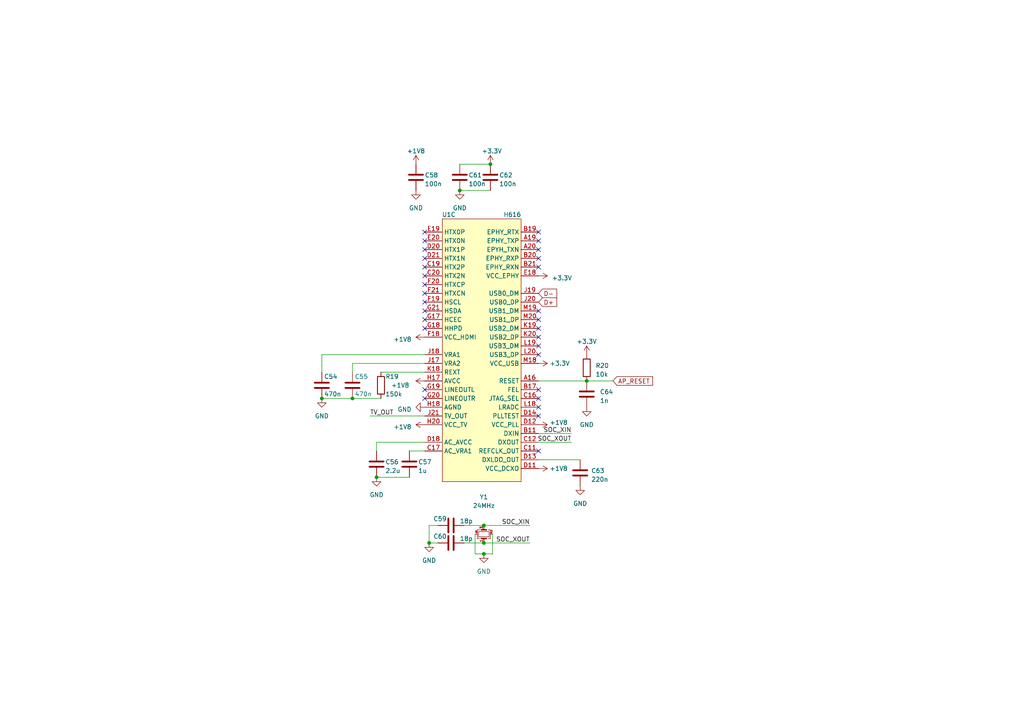
<source format=kicad_sch>
(kicad_sch (version 20230121) (generator eeschema)
  (paper "A4")
  (lib_symbols
    (symbol "Device:C" (pin_numbers hide) (pin_names (offset 0.254))
      (property "Reference" "C" (at 0.635 2.54 0))
      (property "Value" "C" (at 0.635 -2.54 0))
      (symbol "C_0_1"
        (polyline (pts (xy -2.032 -0.762) (xy 2.032 -0.762)) (stroke (width 0.508)))
        (polyline (pts (xy -2.032 0.762) (xy 2.032 0.762)) (stroke (width 0.508)))
      )
      (symbol "C_1_1"
        (pin passive line (at 0 3.81 270) (length 2.794) (name "~") (number "1"))
        (pin passive line (at 0 -3.81 90) (length 2.794) (name "~") (number "2"))
      )
    )
    (symbol "Device:Crystal_GND24_Small" (pin_names (offset 1.016) hide)
      (property "Reference" "Y" (at 1.27 4.445 0))
      (property "Value" "Crystal_GND24_Small" (at 1.27 2.54 0))
      (symbol "Crystal_GND24_Small_0_1"
        (rectangle (start -0.762 -1.524) (end 0.762 1.524))
        (polyline (pts (xy -1.27 -0.762) (xy -1.27 0.762)) (stroke (width 0.381)))
        (polyline (pts (xy 1.27 -0.762) (xy 1.27 0.762)) (stroke (width 0.381)))
        (polyline (pts (xy -1.27 -1.27) (xy -1.27 -1.905) (xy 1.27 -1.905) (xy 1.27 -1.27)))
        (polyline (pts (xy -1.27 1.27) (xy -1.27 1.905) (xy 1.27 1.905) (xy 1.27 1.27)))
      )
      (symbol "Crystal_GND24_Small_1_1"
        (pin passive line (at -2.54 0 0) (length 1.27) (name "1") (number "1"))
        (pin passive line (at 0 -2.54 90) (length 0.635) (name "2") (number "2"))
        (pin passive line (at 2.54 0 180) (length 1.27) (name "3") (number "3"))
        (pin passive line (at 0 2.54 270) (length 0.635) (name "4") (number "4"))
      )
    )
    (symbol "Device:R" (pin_numbers hide) (pin_names (offset 0))
      (property "Reference" "R" (at 2.032 0 90))
      (property "Value" "R" (at 0 0 90))
      (symbol "R_0_1"
        (rectangle (start -1.016 -2.54) (end 1.016 2.54) (stroke (width 0.254)))
      )
      (symbol "R_1_1"
        (pin passive line (at 0 3.81 270) (length 1.27) (name "~") (number "1"))
        (pin passive line (at 0 -3.81 90) (length 1.27) (name "~") (number "2"))
      )
    )
    (symbol "H616_lib:H616"
      (property "Reference" "U" (at 0 0 0))
      (symbol "H616_1_1"
        (rectangle (start -7.62 -2.54) (end 15.24 -118.11) (fill (type background)))
        (pin input line (at 20.32 -92.71 180) (length 5.08) (name "VCC_DRAM2") (number "L10"))
        (pin input line (at 20.32 -95.25 180) (length 5.08) (name "VCC_DRAM3") (number "L11"))
        (pin input line (at 20.32 -97.79 180) (length 5.08) (name "VCC_DRAM4") (number "L12"))
        (pin input line (at 20.32 -100.33 180) (length 5.08) (name "VCC_DRAM5") (number "L13"))
        (pin input line (at 20.32 -102.87 180) (length 5.08) (name "VDD18_DRAM") (number "L14"))
        (pin input line (at 20.32 -87.63 180) (length 5.08) (name "SZQ") (number "L15"))
        (pin input line (at 20.32 -90.17 180) (length 5.08) (name "VCC_DRAM1") (number "L9"))
        (pin input line (at -12.7 -113.03 0) (length 5.08) (name "SDQM3") (number "N10"))
        (pin input line (at -12.7 -44.45 0) (length 5.08) (name "SA15") (number "N13"))
        (pin input line (at -12.7 -29.21 0) (length 5.08) (name "SA9") (number "N16"))
        (pin input line (at -12.7 -24.13 0) (length 5.08) (name "SA7") (number "N19"))
        (pin input line (at 20.32 -11.43 180) (length 5.08) (name "SDQ2") (number "N2"))
        (pin input line (at -12.7 -69.85 0) (length 5.08) (name "SODT1") (number "N20"))
        (pin input line (at -12.7 -49.53 0) (length 5.08) (name "SBA0") (number "N21"))
        (pin input line (at 20.32 -6.35 180) (length 5.08) (name "SDQ0") (number "N3"))
        (pin input line (at 20.32 -39.37 180) (length 5.08) (name "SDQ13") (number "N4"))
        (pin input line (at 20.32 -44.45 180) (length 5.08) (name "SDQ15") (number "N5"))
        (pin input line (at 20.32 -72.39 180) (length 5.08) (name "SDQ26") (number "N7"))
        (pin input line (at 20.32 -19.05 180) (length 5.08) (name "SDQ5") (number "P1"))
        (pin input line (at 20.32 -77.47 180) (length 5.08) (name "SDQ28") (number "P10"))
        (pin input line (at 20.32 -82.55 180) (length 5.08) (name "SDQ30") (number "P12"))
        (pin input line (at -12.7 -80.01 0) (length 5.08) (name "SCKE1") (number "P13"))
        (pin input line (at -12.7 -19.05 0) (length 5.08) (name "SA5") (number "P15"))
        (pin input line (at -12.7 -39.37 0) (length 5.08) (name "SA13") (number "P16"))
        (pin input line (at -12.7 -59.69 0) (length 5.08) (name "SACT") (number "P18"))
        (pin input line (at 20.32 -24.13 180) (length 5.08) (name "SDQ7") (number "P2"))
        (pin input line (at -12.7 -54.61 0) (length 5.08) (name "SBG0") (number "P20"))
        (pin input line (at -12.7 -57.15 0) (length 5.08) (name "SBG1") (number "P21"))
        (pin input line (at 20.32 -31.75 180) (length 5.08) (name "SDQ10") (number "P4"))
        (pin input line (at 20.32 -26.67 180) (length 5.08) (name "SDQ8") (number "P5"))
        (pin input line (at 20.32 -41.91 180) (length 5.08) (name "SDQ14") (number "P6"))
        (pin input line (at 20.32 -69.85 180) (length 5.08) (name "SDQ25") (number "P7"))
        (pin input line (at 20.32 -74.93 180) (length 5.08) (name "SDQ27") (number "P9"))
        (pin input line (at -12.7 -87.63 0) (length 5.08) (name "SDQS0N") (number "R1"))
        (pin input line (at 20.32 -85.09 180) (length 5.08) (name "SDQ31") (number "R12"))
        (pin input line (at -12.7 -52.07 0) (length 5.08) (name "SBA1") (number "R15"))
        (pin input line (at -12.7 -16.51 0) (length 5.08) (name "SA4") (number "R18"))
        (pin input line (at -12.7 -31.75 0) (length 5.08) (name "SA10") (number "R19"))
        (pin input line (at -12.7 -85.09 0) (length 5.08) (name "SDQS0P") (number "R2"))
        (pin input line (at -12.7 -64.77 0) (length 5.08) (name "SCS1") (number "R20"))
        (pin input line (at -12.7 -107.95 0) (length 5.08) (name "SDQM1") (number "R3"))
        (pin input line (at 20.32 -34.29 180) (length 5.08) (name "SDQ11") (number "R4"))
        (pin input line (at 20.32 -36.83 180) (length 5.08) (name "SDQ12") (number "R6"))
        (pin input line (at 20.32 -67.31 180) (length 5.08) (name "SDQ24") (number "R9"))
        (pin input line (at 20.32 -46.99 180) (length 5.08) (name "SDQ16") (number "T11"))
        (pin input line (at 20.32 -52.07 180) (length 5.08) (name "SDQ18") (number "T12"))
        (pin input line (at -12.7 -72.39 0) (length 5.08) (name "SCKP") (number "T14"))
        (pin input line (at -12.7 -13.97 0) (length 5.08) (name "SA3") (number "T16"))
        (pin input line (at -12.7 -11.43 0) (length 5.08) (name "SA2") (number "T18"))
        (pin input line (at 20.32 -21.59 180) (length 5.08) (name "SDQ6") (number "T2"))
        (pin input line (at -12.7 -67.31 0) (length 5.08) (name "SODT0") (number "T20"))
        (pin input line (at -12.7 -6.35 0) (length 5.08) (name "SA0") (number "T21"))
        (pin input line (at 20.32 -13.97 180) (length 5.08) (name "SDQ3") (number "T4"))
        (pin input line (at 20.32 -64.77 180) (length 5.08) (name "SDQ23") (number "T5"))
        (pin input line (at 20.32 -57.15 180) (length 5.08) (name "SDQ20") (number "T6"))
        (pin input line (at 20.32 -62.23 180) (length 5.08) (name "SDQ22") (number "T7"))
        (pin input line (at -12.7 -110.49 0) (length 5.08) (name "SDQM2") (number "T9"))
        (pin input line (at -12.7 -105.41 0) (length 5.08) (name "SDQM0") (number "U1"))
        (pin input line (at -12.7 -102.87 0) (length 5.08) (name "SDQS3N") (number "U10"))
        (pin input line (at 20.32 -80.01 180) (length 5.08) (name "SDQ29") (number "U11"))
        (pin input line (at 20.32 -49.53 180) (length 5.08) (name "SDQ17") (number "U12"))
        (pin input line (at -12.7 -74.93 0) (length 5.08) (name "SCKN") (number "U14"))
        (pin input line (at -12.7 -34.29 0) (length 5.08) (name "SA11") (number "U15"))
        (pin input line (at -12.7 -36.83 0) (length 5.08) (name "SA12") (number "U16"))
        (pin input line (at -12.7 -8.89 0) (length 5.08) (name "SA1") (number "U17"))
        (pin input line (at -12.7 -46.99 0) (length 5.08) (name "SA16") (number "U18"))
        (pin input line (at -12.7 -26.67 0) (length 5.08) (name "SA8") (number "U19"))
        (pin input line (at -12.7 -90.17 0) (length 5.08) (name "SDQS1P") (number "U2"))
        (pin input line (at -12.7 -21.59 0) (length 5.08) (name "SA6") (number "U20"))
        (pin input line (at -12.7 -82.55 0) (length 5.08) (name "SRST") (number "U21"))
        (pin input line (at 20.32 -16.51 180) (length 5.08) (name "SDQ4") (number "U3"))
        (pin input line (at 20.32 -8.89 180) (length 5.08) (name "SDQ1") (number "U4"))
        (pin input line (at 20.32 -59.69 180) (length 5.08) (name "SDQ21") (number "U5"))
        (pin input line (at -12.7 -97.79 0) (length 5.08) (name "SDQS2N") (number "U8"))
        (pin input line (at 20.32 -54.61 180) (length 5.08) (name "SDQ19") (number "U9"))
        (pin input line (at -12.7 -100.33 0) (length 5.08) (name "SDQS3P") (number "V10"))
        (pin input line (at -12.7 -77.47 0) (length 5.08) (name "SCKE0") (number "V15"))
        (pin input line (at -12.7 -62.23 0) (length 5.08) (name "SCS0") (number "V17"))
        (pin input line (at -12.7 -92.71 0) (length 5.08) (name "SDQS1N") (number "V2"))
        (pin input line (at -12.7 -41.91 0) (length 5.08) (name "SA14") (number "V20"))
        (pin input line (at 20.32 -29.21 180) (length 5.08) (name "SDQ9") (number "V3"))
        (pin input line (at -12.7 -95.25 0) (length 5.08) (name "SDQS2P") (number "V8"))
      )
      (symbol "H616_2_1"
        (rectangle (start -7.62 -38.1) (end 10.16 -162.56) (fill (type background)))
        (pin input line (at 15.24 -63.5 180) (length 5.08) (name "PH9") (number "A12"))
        (pin input line (at 15.24 -50.8 180) (length 5.08) (name "PH4") (number "A14"))
        (pin input line (at -12.7 -154.94 0) (length 5.08) (name "PG18") (number "A2"))
        (pin input line (at -12.7 -124.46 0) (length 5.08) (name "PG6") (number "A4"))
        (pin input line (at -12.7 -109.22 0) (length 5.08) (name "PG0") (number "A6"))
        (pin input line (at -12.7 -147.32 0) (length 5.08) (name "PG15") (number "A8"))
        (pin input line (at -12.7 -40.64 0) (length 5.08) (name "PC0") (number "B1"))
        (pin input line (at -12.7 -137.16 0) (length 5.08) (name "PG11") (number "B10"))
        (pin input line (at 15.24 -58.42 180) (length 5.08) (name "PH7") (number "B12"))
        (pin input line (at 15.24 -66.04 180) (length 5.08) (name "PH10") (number "B13"))
        (pin input line (at 15.24 -53.34 180) (length 5.08) (name "PH5") (number "B14"))
        (pin input line (at 15.24 -45.72 180) (length 5.08) (name "PH2") (number "B15"))
        (pin input line (at 15.24 -121.92 180) (length 5.08) (name "PL1") (number "B18"))
        (pin input line (at -12.7 -157.48 0) (length 5.08) (name "PG19") (number "B2"))
        (pin input line (at -12.7 -132.08 0) (length 5.08) (name "PG9") (number "B3"))
        (pin input line (at -12.7 -127 0) (length 5.08) (name "PG7") (number "B4"))
        (pin input line (at -12.7 -116.84 0) (length 5.08) (name "PG3") (number "B5"))
        (pin input line (at -12.7 -121.92 0) (length 5.08) (name "PG5") (number "B7"))
        (pin input line (at -12.7 -149.86 0) (length 5.08) (name "PG16") (number "B8"))
        (pin input line (at -12.7 -144.78 0) (length 5.08) (name "PG14") (number "B9"))
        (pin input line (at -12.7 -45.72 0) (length 5.08) (name "PC2") (number "C1"))
        (pin input line (at -12.7 -142.24 0) (length 5.08) (name "PG13") (number "C10"))
        (pin input line (at 15.24 -60.96 180) (length 5.08) (name "PH8") (number "C13"))
        (pin input line (at 15.24 -55.88 180) (length 5.08) (name "PH6") (number "C14"))
        (pin input line (at 15.24 -48.26 180) (length 5.08) (name "PH3") (number "C15"))
        (pin input line (at 15.24 -119.38 180) (length 5.08) (name "PL0") (number "C18"))
        (pin input line (at -12.7 -43.18 0) (length 5.08) (name "PC1") (number "C2"))
        (pin input line (at -12.7 -152.4 0) (length 5.08) (name "PG17") (number "C3"))
        (pin input line (at -12.7 -129.54 0) (length 5.08) (name "PG8") (number "C4"))
        (pin input line (at -12.7 -119.38 0) (length 5.08) (name "PG4") (number "C5"))
        (pin input line (at -12.7 -114.3 0) (length 5.08) (name "PG2") (number "C6"))
        (pin input line (at -12.7 -111.76 0) (length 5.08) (name "PG1") (number "C7"))
        (pin input line (at -12.7 -134.62 0) (length 5.08) (name "PG10") (number "C8"))
        (pin input line (at -12.7 -139.7 0) (length 5.08) (name "PG12") (number "C9"))
        (pin input line (at -12.7 -48.26 0) (length 5.08) (name "PC3") (number "D1"))
        (pin input line (at 15.24 -43.18 180) (length 5.08) (name "PH1") (number "D15"))
        (pin input line (at 15.24 -40.64 180) (length 5.08) (name "PH0") (number "D16"))
        (pin input line (at -12.7 -50.8 0) (length 5.08) (name "PC4") (number "D2"))
        (pin input line (at -12.7 -53.34 0) (length 5.08) (name "PC5") (number "D3"))
        (pin input line (at 15.24 -73.66 180) (length 5.08) (name "PI1") (number "D4"))
        (pin input line (at 15.24 -93.98 180) (length 5.08) (name "PI9") (number "D5"))
        (pin input line (at -12.7 -160.02 0) (length 5.08) (name "VCC_PG") (number "D7"))
        (pin input line (at -12.7 -55.88 0) (length 5.08) (name "PC6") (number "E2"))
        (pin input line (at -12.7 -60.96 0) (length 5.08) (name "PC8") (number "E3"))
        (pin input line (at 15.24 -78.74 180) (length 5.08) (name "PI3") (number "E4"))
        (pin input line (at 15.24 -104.14 180) (length 5.08) (name "PI13") (number "E5"))
        (pin input line (at 15.24 -91.44 180) (length 5.08) (name "PI8") (number "E6"))
        (pin input line (at -12.7 -63.5 0) (length 5.08) (name "PC9") (number "F1"))
        (pin input line (at -12.7 -66.04 0) (length 5.08) (name "PC10") (number "F2"))
        (pin input line (at -12.7 -68.58 0) (length 5.08) (name "PC11") (number "F3"))
        (pin input line (at -12.7 -58.42 0) (length 5.08) (name "PC7") (number "F4"))
        (pin input line (at -12.7 -83.82 0) (length 5.08) (name "VCC_PC") (number "F5"))
        (pin input line (at -12.7 -71.12 0) (length 5.08) (name "PC12") (number "G2"))
        (pin input line (at -12.7 -73.66 0) (length 5.08) (name "PC13") (number "G3"))
        (pin input line (at 15.24 -88.9 180) (length 5.08) (name "PI7") (number "G4"))
        (pin input line (at 15.24 -81.28 180) (length 5.08) (name "PI4") (number "G5"))
        (pin input line (at 15.24 -76.2 180) (length 5.08) (name "PI2") (number "G6"))
        (pin input line (at -12.7 -76.2 0) (length 5.08) (name "PC14") (number "H1"))
        (pin input line (at -12.7 -78.74 0) (length 5.08) (name "PC15") (number "H2"))
        (pin input line (at -12.7 -81.28 0) (length 5.08) (name "PC16") (number "H3"))
        (pin input line (at 15.24 -83.82 180) (length 5.08) (name "PI5") (number "H4"))
        (pin input line (at 15.24 -86.36 180) (length 5.08) (name "PI6") (number "H5"))
        (pin input line (at 15.24 -71.12 180) (length 5.08) (name "PI0") (number "H6"))
        (pin input line (at -12.7 -88.9 0) (length 5.08) (name "PF0") (number "J2"))
        (pin input line (at -12.7 -91.44 0) (length 5.08) (name "PF1") (number "J3"))
        (pin input line (at 15.24 -114.3 180) (length 5.08) (name "VCC_PI") (number "J6"))
        (pin input line (at -12.7 -93.98 0) (length 5.08) (name "PF2") (number "K1"))
        (pin input line (at -12.7 -104.14 0) (length 5.08) (name "PF6") (number "K2"))
        (pin input line (at -12.7 -96.52 0) (length 5.08) (name "PF3") (number "K3"))
        (pin input line (at 15.24 -99.06 180) (length 5.08) (name "PI11") (number "K4"))
        (pin input line (at 15.24 -101.6 180) (length 5.08) (name "PI12") (number "K5"))
        (pin input line (at 15.24 -111.76 180) (length 5.08) (name "PI16") (number "K6"))
        (pin input line (at -12.7 -99.06 0) (length 5.08) (name "PF4") (number "L2"))
        (pin input line (at -12.7 -101.6 0) (length 5.08) (name "PF5") (number "L3"))
        (pin input line (at 15.24 -109.22 180) (length 5.08) (name "PI15") (number "L4"))
        (pin input line (at 15.24 -96.52 180) (length 5.08) (name "PI10") (number "L5"))
        (pin input line (at 15.24 -106.68 180) (length 5.08) (name "PI14") (number "L6"))
      )
      (symbol "H616_3_1"
        (rectangle (start -8.89 -39.37) (end 13.97 -115.57) (fill (type background)))
        (pin input line (at 19.05 -86.36 180) (length 5.08) (name "RESET") (number "A16"))
        (pin input line (at 19.05 -45.72 180) (length 5.08) (name "EPHY_TXP") (number "A19"))
        (pin input line (at 19.05 -48.26 180) (length 5.08) (name "EPYH_TXN") (number "A20"))
        (pin input line (at 19.05 -101.6 180) (length 5.08) (name "DXIN") (number "B11"))
        (pin input line (at 19.05 -88.9 180) (length 5.08) (name "FEL") (number "B17"))
        (pin input line (at 19.05 -43.18 180) (length 5.08) (name "EPHY_RTX") (number "B19"))
        (pin input line (at 19.05 -50.8 180) (length 5.08) (name "EPHY_RXP") (number "B20"))
        (pin input line (at 19.05 -53.34 180) (length 5.08) (name "EPHY_RXN") (number "B21"))
        (pin input line (at 19.05 -106.68 180) (length 5.08) (name "REFCLK_OUT") (number "C11"))
        (pin input line (at 19.05 -104.14 180) (length 5.08) (name "DXOUT") (number "C12"))
        (pin input line (at 19.05 -91.44 180) (length 5.08) (name "JTAG_SEL") (number "C16"))
        (pin input line (at -13.97 -106.68 0) (length 5.08) (name "AC_VRA1") (number "C17"))
        (pin input line (at -13.97 -53.34 0) (length 5.08) (name "HTX2P") (number "C19"))
        (pin input line (at -13.97 -55.88 0) (length 5.08) (name "HTX2N") (number "C20"))
        (pin input line (at 19.05 -111.76 180) (length 5.08) (name "VCC_DCXO") (number "D11"))
        (pin input line (at 19.05 -99.06 180) (length 5.08) (name "VCC_PLL") (number "D12"))
        (pin input line (at 19.05 -109.22 180) (length 5.08) (name "DXLDO_OUT") (number "D13"))
        (pin input line (at 19.05 -96.52 180) (length 5.08) (name "PLLTEST") (number "D14"))
        (pin input line (at -13.97 -104.14 0) (length 5.08) (name "AC_AVCC") (number "D18"))
        (pin input line (at -13.97 -48.26 0) (length 5.08) (name "HTX1P") (number "D20"))
        (pin input line (at -13.97 -50.8 0) (length 5.08) (name "HTX1N") (number "D21"))
        (pin input line (at 19.05 -55.88 180) (length 5.08) (name "VCC_EPHY") (number "E18"))
        (pin input line (at -13.97 -43.18 0) (length 5.08) (name "HTX0P") (number "E19"))
        (pin input line (at -13.97 -45.72 0) (length 5.08) (name "HTX0N") (number "E20"))
        (pin input line (at -13.97 -73.66 0) (length 5.08) (name "VCC_HDMI") (number "F18"))
        (pin input line (at -13.97 -63.5 0) (length 5.08) (name "HSCL") (number "F19"))
        (pin input line (at -13.97 -58.42 0) (length 5.08) (name "HTXCP") (number "F20"))
        (pin input line (at -13.97 -60.96 0) (length 5.08) (name "HTXCN") (number "F21"))
        (pin input line (at -13.97 -68.58 0) (length 5.08) (name "HCEC") (number "G17"))
        (pin input line (at -13.97 -71.12 0) (length 5.08) (name "HHPD") (number "G18"))
        (pin input line (at -13.97 -88.9 0) (length 5.08) (name "LINEOUTL") (number "G19"))
        (pin input line (at -13.97 -91.44 0) (length 5.08) (name "LINEOUTR") (number "G20"))
        (pin input line (at -13.97 -66.04 0) (length 5.08) (name "HSDA") (number "G21"))
        (pin input line (at -13.97 -86.36 0) (length 5.08) (name "AVCC") (number "H17"))
        (pin input line (at -13.97 -93.98 0) (length 5.08) (name "AGND") (number "H18"))
        (pin input line (at -13.97 -99.06 0) (length 5.08) (name "VCC_TV") (number "H20"))
        (pin input line (at -13.97 -81.28 0) (length 5.08) (name "VRA2") (number "J17"))
        (pin input line (at -13.97 -78.74 0) (length 5.08) (name "VRA1") (number "J18"))
        (pin input line (at 19.05 -60.96 180) (length 5.08) (name "USB0_DM") (number "J19"))
        (pin input line (at 19.05 -63.5 180) (length 5.08) (name "USB0_DP") (number "J20"))
        (pin input line (at -13.97 -96.52 0) (length 5.08) (name "TV_OUT") (number "J21"))
        (pin input line (at -13.97 -83.82 0) (length 5.08) (name "REXT") (number "K18"))
        (pin input line (at 19.05 -71.12 180) (length 5.08) (name "USB2_DM") (number "K19"))
        (pin input line (at 19.05 -73.66 180) (length 5.08) (name "USB2_DP") (number "K20"))
        (pin input line (at 19.05 -93.98 180) (length 5.08) (name "LRADC") (number "L18"))
        (pin input line (at 19.05 -76.2 180) (length 5.08) (name "USB3_DM") (number "L19"))
        (pin input line (at 19.05 -78.74 180) (length 5.08) (name "USB3_DP") (number "L20"))
        (pin input line (at 19.05 -81.28 180) (length 5.08) (name "VCC_USB") (number "M18"))
        (pin input line (at 19.05 -66.04 180) (length 5.08) (name "USB1_DM") (number "M19"))
        (pin input line (at 19.05 -68.58 180) (length 5.08) (name "USB1_DP") (number "M20"))
      )
      (symbol "H616_4_1"
        (rectangle (start -6.35 -2.54) (end 19.05 -112.395) (fill (type background)))
        (pin input line (at -11.43 -64.77 0) (length 5.08) (name "GND1") (number "A1"))
        (pin input line (at -11.43 -67.31 0) (length 5.08) (name "GND2") (number "A10"))
        (pin input line (at -11.43 -69.85 0) (length 5.08) (name "GND3") (number "A18"))
        (pin input line (at -11.43 -72.39 0) (length 5.08) (name "GND4") (number "A21"))
        (pin input line (at -11.43 -77.47 0) (length 5.08) (name "GND6") (number "B16"))
        (pin input line (at -11.43 -74.93 0) (length 5.08) (name "GND5") (number "B6"))
        (pin input line (at -11.43 -59.69 0) (length 5.08) (name "VCC_IO") (number "D10"))
        (pin input line (at -11.43 -80.01 0) (length 5.08) (name "GND7") (number "D19"))
        (pin input line (at -11.43 -46.99 0) (length 5.08) (name "VDD_GPU2") (number "F10"))
        (pin input line (at -11.43 -6.35 0) (length 5.08) (name "VDD_SYS1") (number "F11"))
        (pin input line (at -11.43 -8.89 0) (length 5.08) (name "VDD_SYS2") (number "F12"))
        (pin input line (at -11.43 -11.43 0) (length 5.08) (name "VDD_SYS3") (number "F13"))
        (pin input line (at -11.43 -82.55 0) (length 5.08) (name "GND8") (number "F14"))
        (pin input line (at -11.43 -85.09 0) (length 5.08) (name "GND9") (number "F15"))
        (pin input line (at -11.43 -54.61 0) (length 5.08) (name "VDD_GPUFB") (number "F8"))
        (pin input line (at -11.43 -44.45 0) (length 5.08) (name "VDD_GPU1") (number "F9"))
        (pin input line (at -11.43 -13.97 0) (length 5.08) (name "VDD_SYS4") (number "G10"))
        (pin input line (at -11.43 -16.51 0) (length 5.08) (name "VDD_SYS5") (number "G11"))
        (pin input line (at -11.43 -19.05 0) (length 5.08) (name "VDD_SYS6") (number "G12"))
        (pin input line (at -11.43 -87.63 0) (length 5.08) (name "GND10") (number "G13"))
        (pin input line (at -11.43 -90.17 0) (length 5.08) (name "GND11") (number "G14"))
        (pin input line (at -11.43 -92.71 0) (length 5.08) (name "GND12") (number "G15"))
        (pin input line (at -11.43 -49.53 0) (length 5.08) (name "VDD_GPU3") (number "G8"))
        (pin input line (at -11.43 -52.07 0) (length 5.08) (name "VDD_GPU4") (number "G9"))
        (pin input line (at -11.43 -95.25 0) (length 5.08) (name "GND13") (number "H10"))
        (pin input line (at -11.43 -97.79 0) (length 5.08) (name "GND14") (number "H11"))
        (pin input line (at -11.43 -100.33 0) (length 5.08) (name "GND15") (number "H12"))
        (pin input line (at 24.13 -6.35 180) (length 5.08) (name "GND16") (number "H13"))
        (pin input line (at 24.13 -8.89 180) (length 5.08) (name "GND17") (number "H14"))
        (pin input line (at 24.13 -11.43 180) (length 5.08) (name "GND18") (number "H15"))
        (pin input line (at 24.13 -13.97 180) (length 5.08) (name "GND19") (number "H19"))
        (pin input line (at -11.43 -24.13 0) (length 5.08) (name "VDD_CPU1") (number "H8"))
        (pin input line (at -11.43 -26.67 0) (length 5.08) (name "VDD_CPU2") (number "H9"))
        (pin input line (at -11.43 -34.29 0) (length 5.08) (name "VDD_CPU5") (number "J10"))
        (pin input line (at -11.43 -36.83 0) (length 5.08) (name "VDD_CPU6") (number "J11"))
        (pin input line (at 24.13 -16.51 180) (length 5.08) (name "GND20") (number "J12"))
        (pin input line (at 24.13 -19.05 180) (length 5.08) (name "GND21") (number "J13"))
        (pin input line (at 24.13 -21.59 180) (length 5.08) (name "GND22") (number "J14"))
        (pin input line (at 24.13 -24.13 180) (length 5.08) (name "GND23") (number "J15"))
        (pin input line (at -11.43 -29.21 0) (length 5.08) (name "VDD_CPU3") (number "J8"))
        (pin input line (at -11.43 -31.75 0) (length 5.08) (name "VDD_CPU4") (number "J9"))
        (pin input line (at 24.13 -34.29 180) (length 5.08) (name "GND27") (number "K10"))
        (pin input line (at 24.13 -36.83 180) (length 5.08) (name "GND28") (number "K11"))
        (pin input line (at 24.13 -39.37 180) (length 5.08) (name "GND29") (number "K12"))
        (pin input line (at 24.13 -41.91 180) (length 5.08) (name "GND30") (number "K13"))
        (pin input line (at 24.13 -44.45 180) (length 5.08) (name "GND31") (number "K14"))
        (pin input line (at 24.13 -46.99 180) (length 5.08) (name "GND32") (number "K15"))
        (pin input line (at 24.13 -29.21 180) (length 5.08) (name "GND25") (number "K8"))
        (pin input line (at 24.13 -31.75 180) (length 5.08) (name "GND26") (number "K9"))
        (pin input line (at 24.13 -49.53 180) (length 5.08) (name "GND33") (number "L21"))
        (pin input line (at -11.43 -39.37 0) (length 5.08) (name "VDD_CPUFB") (number "L8"))
        (pin input line (at 24.13 -26.67 180) (length 5.08) (name "GND24") (number "M1"))
        (pin input line (at 24.13 -52.07 180) (length 5.08) (name "GND34") (number "M2"))
        (pin input line (at 24.13 -54.61 180) (length 5.08) (name "GND35") (number "M3"))
        (pin input line (at 24.13 -62.23 180) (length 5.08) (name "GND38") (number "N12"))
        (pin input line (at 24.13 -64.77 180) (length 5.08) (name "GND39") (number "N15"))
        (pin input line (at 24.13 -67.31 180) (length 5.08) (name "GND40") (number "N18"))
        (pin input line (at 24.13 -57.15 180) (length 5.08) (name "GND36") (number "N6"))
        (pin input line (at 24.13 -59.69 180) (length 5.08) (name "GND37") (number "N9"))
        (pin input line (at 24.13 -69.85 180) (length 5.08) (name "GND41") (number "P3"))
        (pin input line (at 24.13 -74.93 180) (length 5.08) (name "GND43") (number "R21"))
        (pin input line (at 24.13 -72.39 180) (length 5.08) (name "GND42") (number "R5"))
        (pin input line (at 24.13 -77.47 180) (length 5.08) (name "GND44") (number "T1"))
        (pin input line (at 24.13 -85.09 180) (length 5.08) (name "GND47") (number "T10"))
        (pin input line (at 24.13 -87.63 180) (length 5.08) (name "GND48") (number "T15"))
        (pin input line (at 24.13 -90.17 180) (length 5.08) (name "GND49") (number "T17"))
        (pin input line (at 24.13 -80.01 180) (length 5.08) (name "GND45") (number "T3"))
        (pin input line (at 24.13 -82.55 180) (length 5.08) (name "GND46") (number "T8"))
        (pin input line (at 24.13 -95.25 180) (length 5.08) (name "GND51") (number "U13"))
        (pin input line (at 24.13 -92.71 180) (length 5.08) (name "GND50") (number "U6"))
        (pin input line (at 24.13 -97.79 180) (length 5.08) (name "GND52") (number "V1"))
        (pin input line (at 24.13 -102.87 180) (length 5.08) (name "GND54") (number "V12"))
        (pin input line (at 24.13 -105.41 180) (length 5.08) (name "GND55") (number "V19"))
        (pin input line (at 24.13 -107.95 180) (length 5.08) (name "GND56") (number "V21"))
        (pin input line (at 24.13 -100.33 180) (length 5.08) (name "GND53") (number "V5"))
      )
    )
    (symbol "power:+1V8" (power) (pin_names (offset 0))
      (property "Value" "+1V8" (at 0 3.556 0))
      (symbol "+1V8_0_1"
        (polyline (pts (xy -0.762 1.27) (xy 0 2.54)))
        (polyline (pts (xy 0 0) (xy 0 2.54)))
        (polyline (pts (xy 0 2.54) (xy 0.762 1.27)))
      )
      (symbol "+1V8_1_1"
        (pin power_in line (at 0 0 90) (length 0) hide (name "+1V8") (number "1"))
      )
    )
    (symbol "power:+3.3V" (power) (pin_names (offset 0))
      (property "Value" "+3.3V" (at 0 3.556 0))
      (symbol "+3.3V_0_1"
        (polyline (pts (xy -0.762 1.27) (xy 0 2.54)))
        (polyline (pts (xy 0 0) (xy 0 2.54)))
        (polyline (pts (xy 0 2.54) (xy 0.762 1.27)))
      )
      (symbol "+3.3V_1_1"
        (pin power_in line (at 0 0 90) (length 0) hide (name "+3.3V") (number "1"))
      )
    )
    (symbol "power:GND" (power) (pin_names (offset 0))
      (property "Value" "GND" (at 0 -3.81 0))
      (symbol "GND_0_1"
        (polyline (pts (xy 0 0) (xy 0 -1.27) (xy 1.27 -1.27) (xy 0 -2.54) (xy -1.27 -1.27) (xy 0 -1.27)))
      )
      (symbol "GND_1_1"
        (pin power_in line (at 0 0 270) (length 0) hide (name "GND") (number "1"))
      )
    )
  )
  (junction (at 140.335 152.4))
  (junction (at 140.335 157.48))
  (junction (at 170.18 110.49))
  (junction (at 102.235 115.57))
  (junction (at 133.35 55.245))
  (junction (at 124.46 157.48))
  (junction (at 142.24 47.625))
  (junction (at 109.22 138.43))
  (junction (at 93.345 115.57))
  (junction (at 140.335 160.655))
  (no_connect (at 156.21 67.31))
  (no_connect (at 156.21 92.71))
  (no_connect (at 123.19 85.09))
  (no_connect (at 156.21 113.03))
  (no_connect (at 123.19 115.57))
  (no_connect (at 156.21 130.81))
  (no_connect (at 156.21 95.25))
  (no_connect (at 123.19 80.01))
  (no_connect (at 123.19 95.25))
  (no_connect (at 156.21 100.33))
  (no_connect (at 156.21 102.87))
  (no_connect (at 156.21 118.11))
  (no_connect (at 123.19 92.71))
  (no_connect (at 123.19 67.31))
  (no_connect (at 123.19 113.03))
  (no_connect (at 156.21 97.79))
  (no_connect (at 156.21 72.39))
  (no_connect (at 156.21 69.85))
  (no_connect (at 156.21 120.65))
  (no_connect (at 123.19 82.55))
  (no_connect (at 123.19 90.17))
  (no_connect (at 123.19 87.63))
  (no_connect (at 123.19 69.85))
  (no_connect (at 123.19 77.47))
  (no_connect (at 123.19 72.39))
  (no_connect (at 156.21 77.47))
  (no_connect (at 156.21 90.17))
  (no_connect (at 123.19 74.93))
  (no_connect (at 156.21 115.57))
  (no_connect (at 156.21 74.93))
  (wire (pts (xy 127 152.4) (xy 124.46 152.4)))
  (wire (pts (xy 123.19 128.27) (xy 109.22 128.27)))
  (wire (pts (xy 107.315 120.65) (xy 123.19 120.65)))
  (wire (pts (xy 134.62 157.48) (xy 140.335 157.48)))
  (wire (pts (xy 124.46 157.48) (xy 127 157.48)))
  (wire (pts (xy 142.875 160.655) (xy 140.335 160.655)))
  (wire (pts (xy 142.875 154.94) (xy 142.875 160.655)))
  (wire (pts (xy 109.22 128.27) (xy 109.22 130.81)))
  (wire (pts (xy 93.345 102.87) (xy 93.345 107.95)))
  (wire (pts (xy 134.62 152.4) (xy 140.335 152.4)))
  (wire (pts (xy 118.745 130.81) (xy 123.19 130.81)))
  (wire (pts (xy 102.235 115.57) (xy 110.49 115.57)))
  (wire (pts (xy 140.335 157.48) (xy 153.67 157.48)))
  (wire (pts (xy 156.21 133.35) (xy 168.275 133.35)))
  (wire (pts (xy 133.35 47.625) (xy 142.24 47.625)))
  (wire (pts (xy 133.35 55.245) (xy 142.24 55.245)))
  (wire (pts (xy 123.19 105.41) (xy 102.235 105.41)))
  (wire (pts (xy 123.19 102.87) (xy 93.345 102.87)))
  (wire (pts (xy 124.46 152.4) (xy 124.46 157.48)))
  (wire (pts (xy 140.335 160.655) (xy 137.795 160.655)))
  (wire (pts (xy 102.235 105.41) (xy 102.235 107.95)))
  (wire (pts (xy 109.22 138.43) (xy 118.745 138.43)))
  (wire (pts (xy 156.21 110.49) (xy 170.18 110.49)))
  (wire (pts (xy 156.21 125.73) (xy 165.735 125.73)))
  (wire (pts (xy 170.18 110.49) (xy 177.8 110.49)))
  (wire (pts (xy 156.21 128.27) (xy 165.735 128.27)))
  (wire (pts (xy 110.49 107.95) (xy 123.19 107.95)))
  (wire (pts (xy 93.345 115.57) (xy 102.235 115.57)))
  (wire (pts (xy 137.795 160.655) (xy 137.795 154.94)))
  (wire (pts (xy 140.335 152.4) (xy 153.67 152.4)))
  (label "SOC_XIN" (at 165.735 125.73 180))
  (label "TV_OUT" (at 107.315 120.65 0))
  (label "SOC_XIN" (at 153.67 152.4 180))
  (label "SOC_XOUT" (at 153.67 157.48 180))
  (label "SOC_XOUT" (at 165.735 128.27 180))
  (global_label "D-" (shape input) (at 156.21 85.09 0) (property "Intersheetrefs" "${INTERSHEET_REFS}" (effects hide)))
  (global_label "D+" (shape input) (at 156.21 87.63 0) (property "Intersheetrefs" "${INTERSHEET_REFS}" (effects hide)))
  (global_label "AP_RESET" (shape input) (at 177.8 110.49 0) (property "Intersheetrefs" "${INTERSHEET_REFS}" (effects hide)))
  (symbol (lib_id "power:GND") (at 133.35 55.245 0) (unit 1)
    (property "Reference" "#PWR076" (effects hide))
    (property "Value" "GND" (at 133.35 60.325 0))
  )
  (symbol (lib_id "power:GND") (at 170.18 118.11 0) (unit 1)
    (property "Reference" "#PWR085" (effects hide))
    (property "Value" "GND" (at 170.18 123.19 0))
  )
  (symbol (lib_id "Device:C") (at 130.81 152.4 90) (unit 1)
    (property "Reference" "C59" (at 127.635 150.495 90))
    (property "Value" "18p" (at 135.255 151.13 90))
    (property "Footprint" "Capacitor_SMD:C_0402_1005Metric_Pad0.74x0.62mm_HandSolder" (effects hide))
  )
  (symbol (lib_id "Device:R") (at 110.49 111.76 0) (unit 1)
    (property "Reference" "R19" (at 111.76 109.22 0) (effects (justify left)))
    (property "Value" "150k" (at 111.76 114.3 0) (effects (justify left)))
    (property "Footprint" "Resistor_SMD:R_0402_1005Metric_Pad0.72x0.64mm_HandSolder" (effects hide))
  )
  (symbol (lib_id "power:+1V8") (at 123.19 97.79 90) (unit 1)
    (property "Reference" "#PWR071" (effects hide))
    (property "Value" "+1V8" (at 119.38 98.425 90) (effects (justify left)))
  )
  (symbol (lib_id "power:+1V8") (at 120.65 47.625 0) (unit 1)
    (property "Reference" "#PWR069" (effects hide))
    (property "Value" "+1V8" (at 120.65 43.815 0))
  )
  (symbol (lib_id "Device:C") (at 170.18 114.3 0) (unit 1)
    (property "Reference" "C64" (at 173.99 113.665 0) (effects (justify left)))
    (property "Value" "1n" (at 173.99 116.205 0) (effects (justify left)))
    (property "Footprint" "Capacitor_SMD:C_0402_1005Metric_Pad0.74x0.62mm_HandSolder" (effects hide))
  )
  (symbol (lib_id "power:+1V8") (at 156.21 123.19 270) (unit 1)
    (property "Reference" "#PWR081" (effects hide))
    (property "Value" "+1V8" (at 159.385 122.555 90) (effects (justify left)))
  )
  (symbol (lib_id "Device:C") (at 120.65 51.435 0) (unit 1)
    (property "Reference" "C58" (at 123.19 50.8 0) (effects (justify left)))
    (property "Value" "100n" (at 123.19 53.34 0) (effects (justify left)))
    (property "Footprint" "Capacitor_SMD:C_0402_1005Metric_Pad0.74x0.62mm_HandSolder" (effects hide))
  )
  (symbol (lib_id "power:+3.3V") (at 142.24 47.625 0) (unit 1)
    (property "Reference" "#PWR078" (effects hide))
    (property "Value" "+3.3V" (at 139.7 43.815 0) (effects (justify left)))
  )
  (symbol (lib_id "power:+3.3V") (at 156.21 80.01 270) (unit 1)
    (property "Reference" "#PWR079" (effects hide))
    (property "Value" "+3.3V" (at 160.02 80.645 90) (effects (justify left)))
  )
  (symbol (lib_id "power:+1V8") (at 123.19 110.49 90) (unit 1)
    (property "Reference" "#PWR072" (effects hide))
    (property "Value" "+1V8" (at 118.745 111.76 90) (effects (justify left)))
  )
  (symbol (lib_id "Device:C") (at 168.275 137.16 0) (unit 1)
    (property "Reference" "C63" (at 171.45 136.525 0) (effects (justify left)))
    (property "Value" "220n" (at 171.45 139.065 0) (effects (justify left)))
    (property "Footprint" "Capacitor_SMD:C_0402_1005Metric_Pad0.74x0.62mm_HandSolder" (effects hide))
  )
  (symbol (lib_id "power:GND") (at 124.46 157.48 0) (unit 1)
    (property "Reference" "#PWR075" (effects hide))
    (property "Value" "GND" (at 124.46 162.56 0))
  )
  (symbol (lib_id "power:GND") (at 120.65 55.245 0) (unit 1)
    (property "Reference" "#PWR070" (effects hide))
    (property "Value" "GND" (at 120.65 60.325 0))
  )
  (symbol (lib_id "Device:Crystal_GND24_Small") (at 140.335 154.94 90) (unit 1)
    (property "Reference" "Y1" (at 140.335 144.145 90))
    (property "Value" "24MHz" (at 140.335 146.685 90))
    (property "Footprint" "Crystal:Crystal_SMD_2520-4Pin_2.5x2.0mm" (effects hide))
  )
  (symbol (lib_id "Device:C") (at 118.745 134.62 0) (unit 1)
    (property "Reference" "C57" (at 121.285 133.985 0) (effects (justify left)))
    (property "Value" "1u" (at 121.285 136.525 0) (effects (justify left)))
    (property "Footprint" "Capacitor_SMD:C_0402_1005Metric_Pad0.74x0.62mm_HandSolder" (effects hide))
  )
  (symbol (lib_id "power:GND") (at 123.19 118.11 270) (unit 1)
    (property "Reference" "#PWR073" (effects hide))
    (property "Value" "GND" (at 119.38 118.745 90) (effects (justify right)))
  )
  (symbol (lib_id "Device:C") (at 109.22 134.62 0) (unit 1)
    (property "Reference" "C56" (at 111.76 133.985 0) (effects (justify left)))
    (property "Value" "2.2u" (at 111.76 136.525 0) (effects (justify left)))
    (property "Footprint" "Capacitor_SMD:C_0402_1005Metric_Pad0.74x0.62mm_HandSolder" (effects hide))
  )
  (symbol (lib_id "power:+1V8") (at 123.19 123.19 90) (unit 1)
    (property "Reference" "#PWR074" (effects hide))
    (property "Value" "+1V8" (at 119.38 123.825 90) (effects (justify left)))
  )
  (symbol (lib_id "power:+1V8") (at 156.21 135.89 270) (unit 1)
    (property "Reference" "#PWR082" (effects hide))
    (property "Value" "+1V8" (at 159.385 135.89 90) (effects (justify left)))
  )
  (symbol (lib_id "Device:C") (at 133.35 51.435 0) (unit 1)
    (property "Reference" "C61" (at 135.89 50.8 0) (effects (justify left)))
    (property "Value" "100n" (at 135.89 53.34 0) (effects (justify left)))
    (property "Footprint" "Capacitor_SMD:C_0402_1005Metric_Pad0.74x0.62mm_HandSolder" (effects hide))
  )
  (symbol (lib_id "power:GND") (at 140.335 160.655 0) (unit 1)
    (property "Reference" "#PWR077" (effects hide))
    (property "Value" "GND" (at 140.335 165.735 0))
  )
  (symbol (lib_id "Device:C") (at 130.81 157.48 90) (unit 1)
    (property "Reference" "C60" (at 127.635 155.575 90))
    (property "Value" "18p" (at 135.255 156.21 90))
    (property "Footprint" "Capacitor_SMD:C_0402_1005Metric_Pad0.74x0.62mm_HandSolder" (effects hide))
  )
  (symbol (lib_id "power:+3.3V") (at 156.21 105.41 270) (unit 1)
    (property "Reference" "#PWR080" (effects hide))
    (property "Value" "+3.3V" (at 159.385 105.41 90) (effects (justify left)))
  )
  (symbol (lib_id "Device:R") (at 170.18 106.68 0) (unit 1)
    (property "Reference" "R20" (at 172.72 106.045 0) (effects (justify left)))
    (property "Value" "10k" (at 172.72 108.585 0) (effects (justify left)))
    (property "Footprint" "Resistor_SMD:R_0402_1005Metric_Pad0.72x0.64mm_HandSolder" (effects hide))
  )
  (symbol (lib_id "Device:C") (at 102.235 111.76 0) (unit 1)
    (property "Reference" "C55" (at 102.87 109.22 0) (effects (justify left)))
    (property "Value" "470n" (at 102.87 114.3 0) (effects (justify left)))
    (property "Footprint" "Capacitor_SMD:C_0402_1005Metric_Pad0.74x0.62mm_HandSolder" (effects hide))
  )
  (symbol (lib_id "Device:C") (at 93.345 111.76 0) (unit 1)
    (property "Reference" "C54" (at 93.98 109.22 0) (effects (justify left)))
    (property "Value" "470n" (at 93.98 114.3 0) (effects (justify left)))
    (property "Footprint" "Capacitor_SMD:C_0402_1005Metric_Pad0.74x0.62mm_HandSolder" (effects hide))
  )
  (symbol (lib_id "power:GND") (at 109.22 138.43 0) (unit 1)
    (property "Reference" "#PWR068" (effects hide))
    (property "Value" "GND" (at 109.22 143.51 0))
  )
  (symbol (lib_id "power:+3.3V") (at 170.18 102.87 0) (unit 1)
    (property "Reference" "#PWR084" (effects hide))
    (property "Value" "+3.3V" (at 170.18 99.06 0))
  )
  (symbol (lib_id "power:GND") (at 168.275 140.97 0) (unit 1)
    (property "Reference" "#PWR083" (effects hide))
    (property "Value" "GND" (at 168.275 146.05 0))
  )
  (symbol (lib_id "power:GND") (at 93.345 115.57 0) (unit 1)
    (property "Reference" "#PWR067" (effects hide))
    (property "Value" "GND" (at 93.345 120.65 0))
  )
  (symbol (lib_id "H616_lib:H616") (at 137.16 24.13 0) (unit 3)
    (property "Reference" "U1" (at 130.175 62.23 0))
    (property "Value" "H616" (at 148.59 62.23 0))
    (property "Footprint" "projectlib:H616_TFBGA284" (effects hide))
  )
  (symbol (lib_id "Device:C") (at 142.24 51.435 0) (unit 1)
    (property "Reference" "C62" (at 144.78 50.8 0) (effects (justify left)))
    (property "Value" "100n" (at 144.78 53.34 0) (effects (justify left)))
    (property "Footprint" "Capacitor_SMD:C_0402_1005Metric_Pad0.74x0.62mm_HandSolder" (effects hide))
  )
)
</source>
